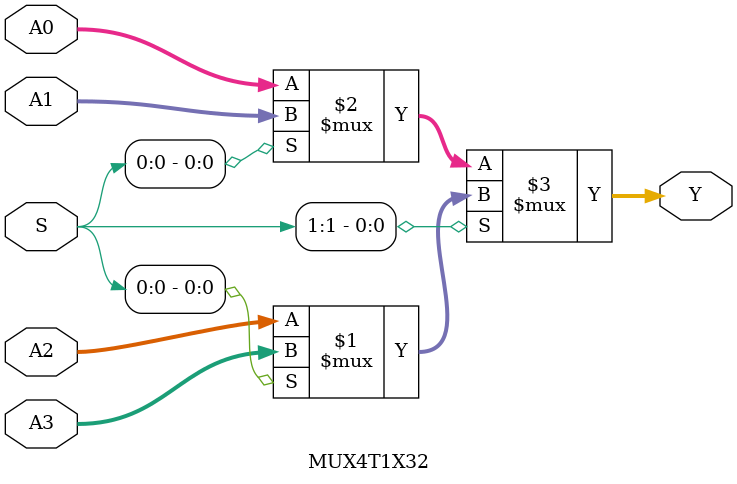
<source format=v>
`timescale 1ns / 1ps

module MUX4T1X32(
    input [31: 0] A0, 
    input [31: 0] A1, 
    input [31: 0] A2, 
    input [31: 0] A3,
    input [1: 0] S,
    output [31: 0] Y);
    assign Y = S[1] ? ( S[0] ? A3 : A2 ) : ( S[0] ? A1 : A0 );
endmodule

</source>
